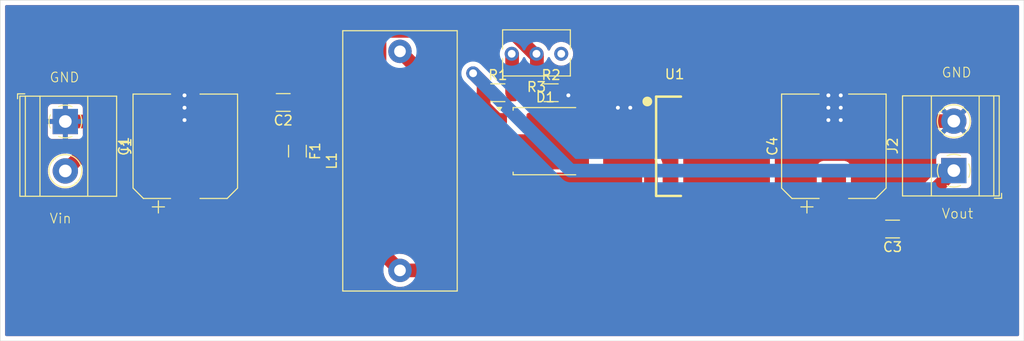
<source format=kicad_pcb>
(kicad_pcb (version 20240108) (generator "pcbnew") (generator_version "8.0")
  (layers (0 "F.Cu" signal) (31 "B.Cu" signal) (34 "B.Paste" user) (35 "F.Paste" user) (36 "B.SilkS" user "B.Silkscreen") (37 "F.SilkS" user "F.Silkscreen") (38 "B.Mask" user) (39 "F.Mask" user) (44 "Edge.Cuts" user))
  (net 0 "")
  (net 1 "GND")
  (net 2 "Net-(D1-A)")
  (net 3 "Net-(J1-Pin_2)")
  (net 4 "Net-(R1-Pad2)")
  (net 5 "Net-(U1-FB)")
  (net 7 "Vin")
  (net 8 "Vout")
  (footprint "Resistor_SMD:R_1206_3216Metric" (layer "F.Cu") (at 126.5 64.5)
    (property "Reference" "R2" (at 0 -1.82 0) (layer "F.SilkS"))
    (property "Value" "3k")
    (fp_line (start -0.727064 -0.91) (end 0.727064 -0.91) (stroke (width 0.12)) (layer "F.SilkS"))
    (fp_line (start -0.727064 0.91) (end 0.727064 0.91) (stroke (width 0.12)) (layer "F.SilkS"))
    (pad "1" smd roundrect (at -1.4625 0) (size 1.125 1.75) (layers "F.Cu" "F.Paste" "F.Mask") (roundrect_rratio 0.222222) (net 5 "Net-(U1-FB)"))
    (pad "2" smd roundrect (at 1.4625 0) (size 1.125 1.75) (layers "F.Cu" "F.Paste" "F.Mask") (roundrect_rratio 0.222222) (net 1 "GND"))
  )
  (footprint "Capacitor_THT:C_Rect_L26.5mm_W11.5mm_P22.50mm_MKS4" (layer "F.Cu") (at 111 82.75 90)
    (property "Reference" "L1" (at 11.25 -7 90) (layer "F.SilkS"))
    (property "Value" "47uH/6A")
    (fp_line (start 24.62 -5.87) (end 24.62 5.87) (stroke (width 0.12)) (layer "F.SilkS"))
    (fp_line (start -2.12 -5.87) (end 24.62 -5.87) (stroke (width 0.12)) (layer "F.SilkS"))
    (fp_line (start -2.12 -5.87) (end -2.12 5.87) (stroke (width 0.12)) (layer "F.SilkS"))
    (fp_line (start -2.12 5.87) (end 24.62 5.87) (stroke (width 0.12)) (layer "F.SilkS"))
    (pad "1" thru_hole circle (at 0 0 90) (size 2.4 2.4) (drill 1.2) (layers "*.Cu" "*.Mask") (net 7 "Vin"))
    (pad "2" thru_hole circle (at 22.5 0 90) (size 2.4 2.4) (drill 1.2) (layers "*.Cu" "*.Mask") (net 2 "Net-(D1-A)"))
  )
  (footprint "TerminalBlock_Phoenix:TerminalBlock_Phoenix_MKDS-1,5-2-5.08_1x02_P5.08mm_Horizontal" (layer "F.Cu") (at 167.805 72.5 90)
    (property "Reference" "J2" (at 2.54 -6.26 90) (layer "F.SilkS"))
    (property "Value" "Screw_Terminal_01x02")
    (fp_line (start 7.68 -5.261) (end 7.68 4.66) (stroke (width 0.12)) (layer "F.SilkS"))
    (fp_line (start -2.6 -5.261) (end 7.68 -5.261) (stroke (width 0.12)) (layer "F.SilkS"))
    (fp_line (start -2.6 -5.261) (end -2.6 4.66) (stroke (width 0.12)) (layer "F.SilkS"))
    (fp_line (start -2.6 -2.301) (end 7.68 -2.301) (stroke (width 0.12)) (layer "F.SilkS"))
    (fp_line (start 6.15 -1.275) (end 6.115 -1.239) (stroke (width 0.12)) (layer "F.SilkS"))
    (fp_line (start 6.355 -1.069) (end 6.308 -1.023) (stroke (width 0.12)) (layer "F.SilkS"))
    (fp_line (start 3.853 1.023) (end 3.806 1.069) (stroke (width 0.12)) (layer "F.SilkS"))
    (fp_line (start 4.046 1.239) (end 4.011 1.274) (stroke (width 0.12)) (layer "F.SilkS"))
    (fp_line (start -2.6 2.6) (end 7.68 2.6) (stroke (width 0.12)) (layer "F.SilkS"))
    (fp_line (start -2.6 4.1) (end 7.68 4.1) (stroke (width 0.12)) (layer "F.SilkS"))
    (fp_line (start -2.84 4.16) (end -2.84 4.9) (stroke (width 0.12)) (layer "F.SilkS"))
    (fp_line (start -2.6 4.66) (end 7.68 4.66) (stroke (width 0.12)) (layer "F.SilkS"))
    (fp_line (start -2.84 4.9) (end -2.34 4.9) (stroke (width 0.12)) (layer "F.SilkS"))
    (fp_arc (start -0.683042 -1.535427) (mid 0.000524 -1.680501) (end 0.684 -1.535) (stroke (width 0.12)) (layer "F.SilkS"))
    (fp_arc (start 1.535427 -0.683042) (mid 1.680501 0.000524) (end 1.535 0.684) (stroke (width 0.12)) (layer "F.SilkS"))
    (fp_arc (start -1.535427 0.683042) (mid -1.680501 -0.000524) (end -1.535 -0.684) (stroke (width 0.12)) (layer "F.SilkS"))
    (fp_arc (start 0.683318 1.534756) (mid 0.349292 1.643288) (end 0 1.68) (stroke (width 0.12)) (layer "F.SilkS"))
    (fp_arc (start 0.028805 1.680253) (mid -0.335551 1.646659) (end -0.684 1.535) (stroke (width 0.12)) (layer "F.SilkS"))
    (fp_circle (center 5.08 0) (end 6.76 0) (stroke (width 0.12)) (fill none) (layer "F.SilkS"))
    (pad "1" thru_hole rect (at 0 0 90) (size 2.6 2.6) (drill 1.3) (layers "*.Cu" "*.Mask") (net 8 "Vout"))
    (pad "2" thru_hole circle (at 5.08 0 90) (size 2.6 2.6) (drill 1.3) (layers "*.Cu" "*.Mask") (net 1 "GND"))
  )
  (footprint "Package_TO_SOT_SMD:TO-252-2" (layer "F.Cu") (at 125.915 69.475)
    (property "Reference" "D1" (at 0 -4.5 0) (layer "F.SilkS"))
    (property "Value" "MBRD1045")
    (fp_line (start -3.31 -3.45) (end -3.31 -3.18) (stroke (width 0.12)) (layer "F.SilkS"))
    (fp_line (start -3.31 3.45) (end -3.31 3.18) (stroke (width 0.12)) (layer "F.SilkS"))
    (fp_line (start 3.11 -3.45) (end -3.31 -3.45) (stroke (width 0.12)) (layer "F.SilkS"))
    (fp_line (start 3.11 3.45) (end -3.31 3.45) (stroke (width 0.12)) (layer "F.SilkS"))
    (fp_poly (pts (xy -4.73 -3.14) (xy -4.97 -3.47) (xy -4.49 -3.47) (xy -4.73 -3.14)) (stroke (width 0.12)) (fill solid) (layer "F.SilkS"))
    (pad "1" smd roundrect (at -5.04 -2.28) (size 2.2 1.2) (layers "F.Cu" "F.Paste" "F.Mask") (roundrect_rratio 0.208333) (net 8 "Vout"))
    (pad "2" smd roundrect (at -0.415 -1.525) (size 3.05 2.75) (layers "F.Cu" "F.Paste") (roundrect_rratio 0.090909) (net 2 "Net-(D1-A)"))
    (pad "2" smd roundrect (at -0.415 1.525) (size 3.05 2.75) (layers "F.Cu" "F.Paste") (roundrect_rratio 0.090909) (net 2 "Net-(D1-A)"))
    (pad "2" smd roundrect (at 1.26 0) (size 6.4 5.8) (layers "F.Cu" "F.Mask") (roundrect_rratio 0.043103) (net 2 "Net-(D1-A)"))
    (pad "2" smd roundrect (at 2.935 -1.525) (size 3.05 2.75) (layers "F.Cu" "F.Paste") (roundrect_rratio 0.090909) (net 2 "Net-(D1-A)"))
    (pad "2" smd roundrect (at 2.935 1.525) (size 3.05 2.75) (layers "F.Cu" "F.Paste") (roundrect_rratio 0.090909) (net 2 "Net-(D1-A)"))
    (pad "3" smd roundrect (at -5.04 2.28) (size 2.2 1.2) (layers "F.Cu" "F.Paste" "F.Mask") (roundrect_rratio 0.208333))
  )
  (footprint "Capacitor_SMD:C_1206_3216Metric" (layer "F.Cu") (at 161.525 78.5 180)
    (property "Reference" "C3" (at 0 -1.85 0) (layer "F.SilkS"))
    (property "Value" "1uF")
    (fp_line (start -0.711252 0.91) (end 0.711252 0.91) (stroke (width 0.12)) (layer "F.SilkS"))
    (fp_line (start -0.711252 -0.91) (end 0.711252 -0.91) (stroke (width 0.12)) (layer "F.SilkS"))
    (pad "1" smd roundrect (at -1.475 0 180) (size 1.15 1.8) (layers "F.Cu" "F.Paste" "F.Mask") (roundrect_rratio 0.217391) (net 8 "Vout"))
    (pad "2" smd roundrect (at 1.475 0 180) (size 1.15 1.8) (layers "F.Cu" "F.Paste" "F.Mask") (roundrect_rratio 0.217391) (net 1 "GND"))
  )
  (footprint "Fuse:Fuse_1206_3216Metric" (layer "F.Cu") (at 100.48 70.5 -90)
    (property "Reference" "F1" (at 0 -1.82 90) (layer "F.SilkS"))
    (property "Value" "5A")
    (fp_line (start -0.602064 0.91) (end 0.602064 0.91) (stroke (width 0.12)) (layer "F.SilkS"))
    (fp_line (start -0.602064 -0.91) (end 0.602064 -0.91) (stroke (width 0.12)) (layer "F.SilkS"))
    (pad "1" smd roundrect (at -1.4 0 270) (size 1.25 1.75) (layers "F.Cu" "F.Paste" "F.Mask") (roundrect_rratio 0.2) (net 3 "Net-(J1-Pin_2)"))
    (pad "2" smd roundrect (at 1.4 0 270) (size 1.25 1.75) (layers "F.Cu" "F.Paste" "F.Mask") (roundrect_rratio 0.2) (net 7 "Vin"))
  )
  (footprint "Capacitor_SMD:C_1206_3216Metric" (layer "F.Cu") (at 99.025 65.5 180)
    (property "Reference" "C2" (at 0 -1.85 0) (layer "F.SilkS"))
    (property "Value" "1uF")
    (fp_line (start -0.711252 0.91) (end 0.711252 0.91) (stroke (width 0.12)) (layer "F.SilkS"))
    (fp_line (start -0.711252 -0.91) (end 0.711252 -0.91) (stroke (width 0.12)) (layer "F.SilkS"))
    (pad "1" smd roundrect (at -1.475 0 180) (size 1.15 1.8) (layers "F.Cu" "F.Paste" "F.Mask") (roundrect_rratio 0.217391) (net 7 "Vin"))
    (pad "2" smd roundrect (at 1.475 0 180) (size 1.15 1.8) (layers "F.Cu" "F.Paste" "F.Mask") (roundrect_rratio 0.217391) (net 1 "GND"))
  )
  (footprint "Capacitor_SMD:CP_Elec_10x10.5" (layer "F.Cu") (at 155.5 70 90)
    (property "Reference" "C4" (at 0 -6.3 90) (layer "F.SilkS"))
    (property "Value" "220uF/60V")
    (fp_line (start 5.36 -5.36) (end 5.36 -1.51) (stroke (width 0.12)) (layer "F.SilkS"))
    (fp_line (start -4.295563 -5.36) (end 5.36 -5.36) (stroke (width 0.12)) (layer "F.SilkS"))
    (fp_line (start -5.36 -4.295563) (end -4.295563 -5.36) (stroke (width 0.12)) (layer "F.SilkS"))
    (fp_line (start -5.36 -4.295563) (end -5.36 -1.51) (stroke (width 0.12)) (layer "F.SilkS"))
    (fp_line (start -6.225 -3.385) (end -6.225 -2.135) (stroke (width 0.12)) (layer "F.SilkS"))
    (fp_line (start -6.85 -2.76) (end -5.6 -2.76) (stroke (width 0.12)) (layer "F.SilkS"))
    (fp_line (start -5.36 4.295563) (end -5.36 1.51) (stroke (width 0.12)) (layer "F.SilkS"))
    (fp_line (start -5.36 4.295563) (end -4.295563 5.36) (stroke (width 0.12)) (layer "F.SilkS"))
    (fp_line (start 5.36 5.36) (end 5.36 1.51) (stroke (width 0.12)) (layer "F.SilkS"))
    (fp_line (start -4.295563 5.36) (end 5.36 5.36) (stroke (width 0.12)) (layer "F.SilkS"))
    (pad "1" smd roundrect (at -4.2 0 90) (size 4.4 2.5) (layers "F.Cu" "F.Paste" "F.Mask") (roundrect_rratio 0.1) (net 8 "Vout"))
    (pad "2" smd roundrect (at 4.2 0 90) (size 4.4 2.5) (layers "F.Cu" "F.Paste" "F.Mask") (roundrect_rratio 0.1) (net 1 "GND"))
  )
  (footprint "Potentiometer_THT:Potentiometer_Bourns_3266Y_Vertical" (layer "F.Cu") (at 122.46 60.5 180)
    (property "Reference" "R3" (at -2.54 -3.41 0) (layer "F.SilkS"))
    (property "Value" "100k")
    (fp_line (start 0.935 0.496) (end 0.935 2.46) (stroke (width 0.12)) (layer "F.SilkS"))
    (fp_line (start 0.935 -2.28) (end 0.935 -0.494) (stroke (width 0.12)) (layer "F.SilkS"))
    (fp_line (start -6.015 2.46) (end 0.935 2.46) (stroke (width 0.12)) (layer "F.SilkS"))
    (fp_line (start -6.015 0.496) (end -6.015 2.46) (stroke (width 0.12)) (layer "F.SilkS"))
    (fp_line (start -6.015 -2.28) (end 0.935 -2.28) (stroke (width 0.12)) (layer "F.SilkS"))
    (fp_line (start -6.015 -2.28) (end -6.015 -0.494) (stroke (width 0.12)) (layer "F.SilkS"))
    (pad "1" thru_hole circle (at 0 0 180) (size 1.44 1.44) (drill 0.8) (layers "*.Cu" "*.Mask") (net 4 "Net-(R1-Pad2)"))
    (pad "2" thru_hole circle (at -2.54 0 180) (size 1.44 1.44) (drill 0.8) (layers "*.Cu" "*.Mask") (net 5 "Net-(U1-FB)"))
    (pad "3" thru_hole circle (at -5.08 0 180) (size 1.44 1.44) (drill 0.8) (layers "*.Cu" "*.Mask"))
  )
  (footprint "easyeda2kicad:TO-263-5_L10.2-W9.9-P1.70-LS14.4-TL" (layer "F.Cu") (at 139.17 70)
    (property "Reference" "U1" (at 0 -7.4 0) (layer "F.SilkS"))
    (property "Value" "XL6019E1")
    (fp_line (start -1.9 -5.1) (end -1.9 5.1) (stroke (width 0.25)) (layer "F.SilkS"))
    (fp_line (start -1.9 5.1) (end 0.65 5.1) (stroke (width 0.25)) (layer "F.SilkS"))
    (fp_line (start 0.6 -5.1) (end -1.9 -5.1) (stroke (width 0.25)) (layer "F.SilkS"))
    (fp_line (start 0.6 -5.1) (end 0.65 -5.1) (stroke (width 0.25)) (layer "F.SilkS"))
    (fp_circle (center -2.8 -4.6) (end -2.55 -4.6) (stroke (width 0.5)) (fill none) (layer "F.SilkS"))
    (pad "1" smd rect (at -5.33 -3.4) (size 4 1.07) (layers "F.Cu" "F.Paste" "F.Mask") (net 1 "GND"))
    (pad "2" smd rect (at -5.33 -1.7) (size 4 1.07) (layers "F.Cu" "F.Paste" "F.Mask"))
    (pad "3" smd rect (at -5.33 0) (size 4 1.07) (layers "F.Cu" "F.Paste" "F.Mask") (net 2 "Net-(D1-A)"))
    (pad "4" smd rect (at -5.33 1.7) (size 4 1.07) (layers "F.Cu" "F.Paste" "F.Mask") (net 7 "Vin"))
    (pad "5" smd rect (at -5.33 3.4) (size 4 1.07) (layers "F.Cu" "F.Paste" "F.Mask") (net 5 "Net-(U1-FB)"))
    (pad "6" smd rect (at 5.33 0 270) (size 10.66 8.89) (layers "F.Cu" "F.Paste" "F.Mask") (net 2 "Net-(D1-A)"))
  )
  (footprint "TerminalBlock_Phoenix:TerminalBlock_Phoenix_MKDS-1,5-2-5.08_1x02_P5.08mm_Horizontal" (layer "F.Cu") (at 76.675 67.455 -90)
    (property "Reference" "J1" (at 2.54 -6.26 90) (layer "F.SilkS"))
    (property "Value" "Screw_Terminal_01x02")
    (fp_line (start -2.84 4.9) (end -2.34 4.9) (stroke (width 0.12)) (layer "F.SilkS"))
    (fp_line (start -2.6 4.66) (end 7.68 4.66) (stroke (width 0.12)) (layer "F.SilkS"))
    (fp_line (start -2.84 4.16) (end -2.84 4.9) (stroke (width 0.12)) (layer "F.SilkS"))
    (fp_line (start -2.6 4.1) (end 7.68 4.1) (stroke (width 0.12)) (layer "F.SilkS"))
    (fp_line (start -2.6 2.6) (end 7.68 2.6) (stroke (width 0.12)) (layer "F.SilkS"))
    (fp_line (start 4.046 1.239) (end 4.011 1.274) (stroke (width 0.12)) (layer "F.SilkS"))
    (fp_line (start 3.853 1.023) (end 3.806 1.069) (stroke (width 0.12)) (layer "F.SilkS"))
    (fp_line (start 6.355 -1.069) (end 6.308 -1.023) (stroke (width 0.12)) (layer "F.SilkS"))
    (fp_line (start 6.15 -1.275) (end 6.115 -1.239) (stroke (width 0.12)) (layer "F.SilkS"))
    (fp_line (start -2.6 -2.301) (end 7.68 -2.301) (stroke (width 0.12)) (layer "F.SilkS"))
    (fp_line (start -2.6 -5.261) (end -2.6 4.66) (stroke (width 0.12)) (layer "F.SilkS"))
    (fp_line (start -2.6 -5.261) (end 7.68 -5.261) (stroke (width 0.12)) (layer "F.SilkS"))
    (fp_line (start 7.68 -5.261) (end 7.68 4.66) (stroke (width 0.12)) (layer "F.SilkS"))
    (fp_arc (start 0.028805 1.680253) (mid -0.335551 1.646659) (end -0.684 1.535) (stroke (width 0.12)) (layer "F.SilkS"))
    (fp_arc (start 0.683318 1.534756) (mid 0.349292 1.643288) (end 0 1.68) (stroke (width 0.12)) (layer "F.SilkS"))
    (fp_arc (start -1.535427 0.683042) (mid -1.680501 -0.000524) (end -1.535 -0.684) (stroke (width 0.12)) (layer "F.SilkS"))
    (fp_arc (start 1.535427 -0.683042) (mid 1.680501 0.000524) (end 1.535 0.684) (stroke (width 0.12)) (layer "F.SilkS"))
    (fp_arc (start -0.683042 -1.535427) (mid 0.000524 -1.680501) (end 0.684 -1.535) (stroke (width 0.12)) (layer "F.SilkS"))
    (fp_circle (center 5.08 0) (end 6.76 0) (stroke (width 0.12)) (fill none) (layer "F.SilkS"))
    (pad "1" thru_hole rect (at 0 0 270) (size 2.6 2.6) (drill 1.3) (layers "*.Cu" "*.Mask") (net 1 "GND"))
    (pad "2" thru_hole circle (at 5.08 0 270) (size 2.6 2.6) (drill 1.3) (layers "*.Cu" "*.Mask") (net 3 "Net-(J1-Pin_2)"))
  )
  (footprint "Capacitor_SMD:CP_Elec_10x10.5" (layer "F.Cu") (at 88.98 70 90)
    (property "Reference" "C1" (at 0 -6.3 90) (layer "F.SilkS"))
    (property "Value" "220uF/60V")
    (fp_line (start 5.36 -5.36) (end 5.36 -1.51) (stroke (width 0.12)) (layer "F.SilkS"))
    (fp_line (start -4.295563 -5.36) (end 5.36 -5.36) (stroke (width 0.12)) (layer "F.SilkS"))
    (fp_line (start -5.36 -4.295563) (end -4.295563 -5.36) (stroke (width 0.12)) (layer "F.SilkS"))
    (fp_line (start -5.36 -4.295563) (end -5.36 -1.51) (stroke (width 0.12)) (layer "F.SilkS"))
    (fp_line (start -6.225 -3.385) (end -6.225 -2.135) (stroke (width 0.12)) (layer "F.SilkS"))
    (fp_line (start -6.85 -2.76) (end -5.6 -2.76) (stroke (width 0.12)) (layer "F.SilkS"))
    (fp_line (start -5.36 4.295563) (end -5.36 1.51) (stroke (width 0.12)) (layer "F.SilkS"))
    (fp_line (start -5.36 4.295563) (end -4.295563 5.36) (stroke (width 0.12)) (layer "F.SilkS"))
    (fp_line (start 5.36 5.36) (end 5.36 1.51) (stroke (width 0.12)) (layer "F.SilkS"))
    (fp_line (start -4.295563 5.36) (end 5.36 5.36) (stroke (width 0.12)) (layer "F.SilkS"))
    (pad "1" smd roundrect (at -4.2 0 90) (size 4.4 2.5) (layers "F.Cu" "F.Paste" "F.Mask") (roundrect_rratio 0.1) (net 7 "Vin"))
    (pad "2" smd roundrect (at 4.2 0 90) (size 4.4 2.5) (layers "F.Cu" "F.Paste" "F.Mask") (roundrect_rratio 0.1) (net 1 "GND"))
  )
  (footprint "Resistor_SMD:R_1206_3216Metric" (layer "F.Cu") (at 121.0375 64.5)
    (property "Reference" "R1" (at 0 -1.82 0) (layer "F.SilkS"))
    (property "Value" "41k")
    (fp_line (start -0.727064 -0.91) (end 0.727064 -0.91) (stroke (width 0.12)) (layer "F.SilkS"))
    (fp_line (start -0.727064 0.91) (end 0.727064 0.91) (stroke (width 0.12)) (layer "F.SilkS"))
    (pad "1" smd roundrect (at -1.4625 0) (size 1.125 1.75) (layers "F.Cu" "F.Paste" "F.Mask") (roundrect_rratio 0.222222) (net 8 "Vout"))
    (pad "2" smd roundrect (at 1.4625 0) (size 1.125 1.75) (layers "F.Cu" "F.Paste" "F.Mask") (roundrect_rratio 0.222222) (net 4 "Net-(R1-Pad2)"))
  )
  (gr_rect (start 70 55) (end 175 90) (stroke (width 0.05)) (fill none) (layer "Edge.Cuts"))
  (gr_text "GND\n\n\n\n\n\n\n\n\nVin" (at 75 78 0) (layer "F.SilkS") (effects (font (size 1 1) (thickness 0.1)) (justify left bottom)))
  (gr_text "GND\n\n\n\n\n\n\n\n\nVout" (at 166.5 77.5 0) (layer "F.SilkS") (effects (font (size 1 1) (thickness 0.1)) (justify left bottom)))
  (segment (start 160.05 78.5) (end 160.05 70.35) (width 1.4) (layer "F.Cu") (net 1))
  (segment (start 128.54 64.5) (end 131.74 64.5) (width 1.4) (layer "F.Cu") (net 1))
  (segment (start 136.67 63.77) (end 143.5 63.77) (width 1.4) (layer "F.Cu") (net 1))
  (segment (start 88.9 64.77) (end 88.98 65.8) (width 1.4) (layer "F.Cu") (net 1))
  (segment (start 133.35 66.11) (end 133.84 66.6) (width 1.4) (layer "F.Cu") (net 1))
  (segment (start 128.27 64.77) (end 128.54 64.5) (width 1.4) (layer "F.Cu") (net 1))
  (segment (start 133.35 66.04) (end 133.35 66.11) (width 1.4) (layer "F.Cu") (net 1))
  (segment (start 136.28 56.55) (end 143.5 63.77) (width 1.4) (layer "F.Cu") (net 1))
  (segment (start 88.98 65.8) (end 88.9 66.04) (width 1.4) (layer "F.Cu") (net 1))
  (segment (start 160.05 70.35) (end 157.01 67.31) (width 1.4) (layer "F.Cu") (net 1))
  (segment (start 155.74 66.04) (end 155.5 65.8) (width 1.4) (layer "F.Cu") (net 1))
  (segment (start 154.47 64.77) (end 154.94 64.77) (width 1.4) (layer "F.Cu") (net 1))
  (segment (start 133.84 66.6) (end 134.4 66.04) (width 1.4) (layer "F.Cu") (net 1))
  (segment (start 97.25 65.8) (end 97.55 65.5) (width 1.4) (layer "F.Cu") (net 1))
  (segment (start 156.21 66.51) (end 156.21 66.51) (width 1.4) (layer "F.Cu") (net 1))
  (segment (start 128 64.5) (end 128.27 64.77) (width 1.4) (layer "F.Cu") (net 1))
  (segment (start 154.94 66.04) (end 155.74 66.04) (width 1.4) (layer "F.Cu") (net 1))
  (segment (start 127.9625 64.5) (end 128 64.5) (width 1.4) (layer "F.Cu") (net 1))
  (segment (start 88.9 66.04) (end 97.25 65.8) (width 1.4) (layer "F.Cu") (net 1))
  (segment (start 153.47 63.77) (end 154.47 64.77) (width 1.4) (layer "F.Cu") (net 1))
  (segment (start 156.21 66.51) (end 156.21 66.04) (width 1.4) (layer "F.Cu") (net 1))
  (segment (start 162.98 67.42) (end 160.05 70.35) (width 1.4) (layer "F.Cu") (net 1))
  (segment (start 106.5 56.55) (end 136.28 56.55) (width 1.4) (layer "F.Cu") (net 1))
  (segment (start 156.21 66.04) (end 155.74 66.04) (width 1.4) (layer "F.Cu") (net 1))
  (segment (start 156.21 67.31) (end 156.21 66.51) (width 1.4) (layer "F.Cu") (net 1))
  (segment (start 133.28 66.04) (end 133.35 66.04) (width 1.4) (layer "F.Cu") (net 1))
  (segment (start 154.94 64.77) (end 154.94 65.24) (width 1.4) (layer "F.Cu") (net 1))
  (segment (start 97.55 65.5) (end 106.5 56.55) (width 1.4) (layer "F.Cu") (net 1))
  (segment (start 76.675 67.455) (end 87.325 67.455) (width 1.4) (layer "F.Cu") (net 1))
  (segment (start 157.01 67.31) (end 156.21 67.31) (width 1.4) (layer "F.Cu") (net 1))
  (segment (start 167.805 67.42) (end 162.98 67.42) (width 1.4) (layer "F.Cu") (net 1))
  (segment (start 134.4 66.04) (end 134.62 66.04) (width 1.4) (layer "F.Cu") (net 1))
  (segment (start 134.62 65.82) (end 136.67 63.77) (width 1.4) (layer "F.Cu") (net 1))
  (segment (start 134.62 66.04) (end 134.62 65.82) (width 1.4) (layer "F.Cu") (net 1))
  (segment (start 87.325 67.455) (end 88.9 64.77) (width 1.4) (layer "F.Cu") (net 1))
  (segment (start 143.5 63.77) (end 153.47 63.77) (width 1.4) (layer "F.Cu") (net 1))
  (segment (start 154.94 65.24) (end 154.94 65.24) (width 1.4) (layer "F.Cu") (net 1))
  (segment (start 155.74 66.04) (end 155.5 65.8) (width 1.4) (layer "F.Cu") (net 1))
  (segment (start 131.74 64.5) (end 133.28 66.04) (width 1.4) (layer "F.Cu") (net 1))
  (segment (start 154.94 65.24) (end 154.94 66.04) (width 1.4) (layer "F.Cu") (net 1))
  (via (at 88.9 66.04) (size 1) (drill 0.4) (layers "F.Cu" "B.Cu") (net 1))
  (via (at 156.21 66.04) (size 1) (drill 0.4) (layers "F.Cu" "B.Cu") (net 1))
  (via (at 133.35 66.04) (size 1) (drill 0.4) (layers "F.Cu" "B.Cu") (net 1))
  (via (at 88.9 64.77) (size 1) (drill 0.4) (layers "F.Cu" "B.Cu") (net 1))
  (via (at 154.94 66.04) (size 1) (drill 0.4) (layers "F.Cu" "B.Cu") (net 1))
  (via (at 156.21 64.77) (size 1) (drill 0.4) (layers "F.Cu" "B.Cu") (net 1))
  (via (at 156.21 67.31) (size 1) (drill 0.4) (layers "F.Cu" "B.Cu") (net 1))
  (via (at 154.94 64.77) (size 1) (drill 0.4) (layers "F.Cu" "B.Cu") (net 1))
  (via (at 128.27 64.77) (size 1) (drill 0.4) (layers "F.Cu" "B.Cu") (net 1))
  (via (at 88.9 67.31) (size 1) (drill 0.4) (layers "F.Cu" "B.Cu") (net 1))
  (via (at 154.94 67.31) (size 1) (drill 0.4) (layers "F.Cu" "B.Cu") (net 1))
  (via (at 134.62 66.04) (size 1) (drill 0.4) (layers "F.Cu" "B.Cu") (net 1))
  (segment (start 111 60.25) (end 120.225 69.475) (width 1.4) (layer "F.Cu") (net 2))
  (segment (start 120.225 69.475) (end 127.175 69.475) (width 1.4) (layer "F.Cu") (net 2))
  (segment (start 127.175 69.475) (end 127.7 70) (width 1.4) (layer "F.Cu") (net 2))
  (segment (start 127.7 70) (end 144.5 70) (width 1.4) (layer "F.Cu") (net 2))
  (segment (start 80.11 69.1) (end 100.48 69.1) (width 1.4) (layer "F.Cu") (net 3))
  (segment (start 76.675 72.535) (end 80.11 69.1) (width 1.4) (layer "F.Cu") (net 3))
  (segment (start 122.5 64.5) (end 122.5 60.54) (width 1.4) (layer "F.Cu") (net 4))
  (segment (start 122.5 60.54) (end 122.46 60.5) (width 1.4) (layer "F.Cu") (net 4))
  (segment (start 109.35 58.15) (end 122.401026 58.15) (width 1.4) (layer "F.Cu") (net 5))
  (segment (start 119.686726 73.4) (end 108.9 62.613274) (width 1.4) (layer "F.Cu") (net 5))
  (segment (start 125.0375 64.5) (end 125.0375 61.5) (width 1.4) (layer "F.Cu") (net 5))
  (segment (start 108.9 58.6) (end 109.35 58.15) (width 1.4) (layer "F.Cu") (net 5))
  (segment (start 125.0375 60.5375) (end 125 60.5) (width 1.4) (layer "F.Cu") (net 5))
  (segment (start 108.9 62.613274) (end 108.9 58.6) (width 1.4) (layer "F.Cu") (net 5))
  (segment (start 125.0375 61.5) (end 125.0375 60.5375) (width 1.4) (layer "F.Cu") (net 5))
  (segment (start 122.401026 58.15) (end 125.0375 60.786474) (width 1.4) (layer "F.Cu") (net 5))
  (segment (start 133.84 73.4) (end 119.686726 73.4) (width 1.4) (layer "F.Cu") (net 5))
  (segment (start 125.0375 60.786474) (end 125.0375 61.5) (width 1.4) (layer "F.Cu") (net 5))
  (segment (start 136.475 71.7) (end 136.74 71.965) (width 1.4) (layer "F.Cu") (net 7))
  (segment (start 88.98 74.2) (end 89.33 73.85) (width 1.4) (layer "F.Cu") (net 7))
  (segment (start 104.625 76.375) (end 111 82.75) (width 1.4) (layer "F.Cu") (net 7))
  (segment (start 91.28 71.9) (end 88.98 74.2) (width 1.4) (layer "F.Cu") (net 7))
  (segment (start 102.255 74.005) (end 104.625 76.375) (width 1.4) (layer "F.Cu") (net 7))
  (segment (start 133.84 71.7) (end 136.475 71.7) (width 1.4) (layer "F.Cu") (net 7))
  (segment (start 100.48 71.9) (end 100.48 72.23) (width 1.4) (layer "F.Cu") (net 7))
  (segment (start 102.255 67.255) (end 102.255 74.005) (width 1.4) (layer "F.Cu") (net 7))
  (segment (start 100.48 71.9) (end 91.28 71.9) (width 1.4) (layer "F.Cu") (net 7))
  (segment (start 100.5 65.5) (end 102.255 67.255) (width 1.4) (layer "F.Cu") (net 7))
  (segment (start 136.74 74.835) (end 128.825 82.75) (width 1.4) (layer "F.Cu") (net 7))
  (segment (start 100.48 72.23) (end 104.625 76.375) (width 1.4) (layer "F.Cu") (net 7))
  (segment (start 128.825 82.75) (end 111 82.75) (width 1.4) (layer "F.Cu") (net 7))
  (segment (start 136.74 71.965) (end 136.74 74.835) (width 1.4) (layer "F.Cu") (net 7))
  (segment (start 119.575 65.895) (end 119.575 63.575) (width 1.4) (layer "F.Cu") (net 8))
  (segment (start 119.575 65.895) (end 120.875 67.195) (width 1.4) (layer "F.Cu") (net 8))
  (segment (start 119.575 63.575) (end 118.5 62.5) (width 1.4) (layer "F.Cu") (net 8))
  (segment (start 163 78.5) (end 161.2 80.3) (width 1.4) (layer "F.Cu") (net 8))
  (segment (start 159.241726 80.3) (end 155.5 76.558274) (width 1.4) (layer "F.Cu") (net 8))
  (segment (start 155.5 76.558274) (end 155.5 74.2) (width 1.4) (layer "F.Cu") (net 8))
  (segment (start 119.575 64.5) (end 119.575 65.895) (width 1.4) (layer "F.Cu") (net 8))
  (segment (start 161.2 80.3) (end 159.241726 80.3) (width 1.4) (layer "F.Cu") (net 8))
  (segment (start 163 77.305) (end 167.805 72.5) (width 1.4) (layer "F.Cu") (net 8))
  (segment (start 163 78.5) (end 163 77.305) (width 1.4) (layer "F.Cu") (net 8))
  (via (at 118.5 62.5) (size 1.4) (drill 0.8) (layers "F.Cu" "B.Cu") (net 8))
  (segment (start 128.5 72.5) (end 118.5 62.5) (width 1.4) (layer "B.Cu") (net 8))
  (segment (start 167.805 72.5) (end 128.5 72.5) (width 1.4) (layer "B.Cu") (net 8))
  (zone (net 1) (net_name "GND") (layers "F&B.Cu") (connect_pads (clearance 0.5)) (min_thickness 0.25) (fill yes (thermal_gap 0.5) (thermal_bridge_width 0.5))
    (polygon (pts (xy 70 55) (xy 175 55) (xy 175 90) (xy 70 90)))
  )
)
</source>
